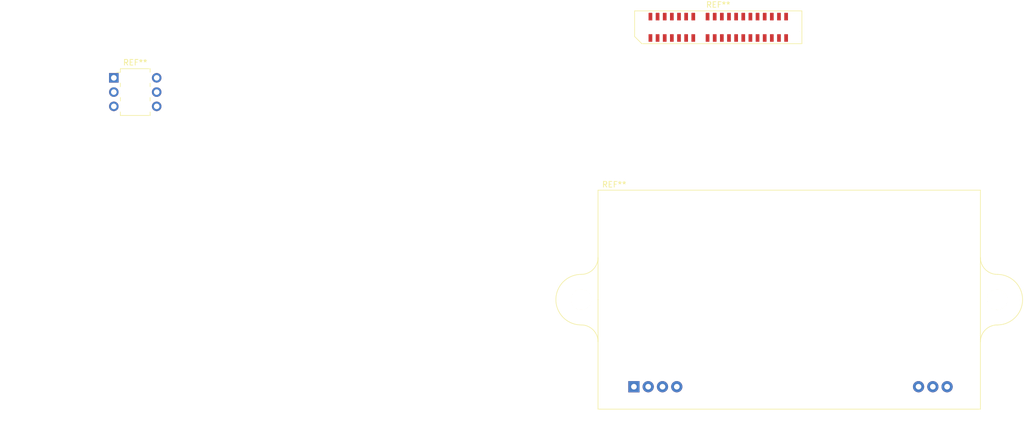
<source format=kicad_pcb>
(kicad_pcb (version 20241229) (generator "pcbnew") (generator_version "9.0")
  (layers (0 "F.Cu" signal) (2 "B.Cu" signal) (13 "F.Paste" user) (15 "B.Paste" user) (5 "F.SilkS" user "F.Silkscreen") (7 "B.SilkS" user "B.Silkscreen") (1 "F.Mask" user) (3 "B.Mask" user) (25 "Edge.Cuts" user))
  (net 0 "")
  (footprint "Connector_Wuerth:Wuerth_WR-PHD_613006216921_Large_2x03_P2.54mm_Vertical" (layer "F.Cu") (at 68.5 70.5)
    (property "Reference" "REF**" (at 3.81 -2.72 0) (layer "F.SilkS"))
    (property "Value" "Wuerth_WR-PHD_613006216921_Large_2x03_P2.54mm_Vertical")
    (fp_line (start 1.16 -1.63) (end 1.16 -0.995) (stroke (width 0.12)) (layer "F.SilkS"))
    (fp_line (start 1.16 -1.63) (end 6.46 -1.63) (stroke (width 0.12)) (layer "F.SilkS"))
    (fp_line (start 1.16 -0.995) (end 0.525 -0.995) (stroke (width 0.12)) (layer "F.SilkS"))
    (fp_line (start 1.16 0.9525) (end 1.16 1.5875) (stroke (width 0.12)) (layer "F.SilkS"))
    (fp_line (start 1.16 3.4925) (end 1.16 4.1275) (stroke (width 0.12)) (layer "F.SilkS"))
    (fp_line (start 1.16 6.71) (end 1.16 6.075) (stroke (width 0.12)) (layer "F.SilkS"))
    (fp_line (start 1.16 6.71) (end 6.46 6.71) (stroke (width 0.12)) (layer "F.SilkS"))
    (fp_line (start 6.46 -1.63) (end 6.46 -0.995) (stroke (width 0.12)) (layer "F.SilkS"))
    (fp_line (start 6.46 0.9525) (end 6.46 1.5875) (stroke (width 0.12)) (layer "F.SilkS"))
    (fp_line (start 6.46 3.4925) (end 6.46 4.1275) (stroke (width 0.12)) (layer "F.SilkS"))
    (fp_line (start 6.46 6.71) (end 6.46 6.075) (stroke (width 0.12)) (layer "F.SilkS"))
    (pad "" np_thru_hole circle (at 2.54 0) (size 1.2 1.2) (drill 1.2) (layers "*.Cu" "*.Mask"))
    (pad "" np_thru_hole circle (at 2.54 2.54) (size 1.2 1.2) (drill 1.2) (layers "*.Cu" "*.Mask"))
    (pad "" np_thru_hole circle (at 2.54 5.08) (size 1.2 1.2) (drill 1.2) (layers "*.Cu" "*.Mask"))
    (pad "" np_thru_hole circle (at 5.08 0) (size 1.2 1.2) (drill 1.2) (layers "*.Cu" "*.Mask"))
    (pad "" np_thru_hole circle (at 5.08 2.54) (size 1.2 1.2) (drill 1.2) (layers "*.Cu" "*.Mask"))
    (pad "" np_thru_hole circle (at 5.08 5.08) (size 1.2 1.2) (drill 1.2) (layers "*.Cu" "*.Mask"))
    (pad "1" thru_hole rect (at 0 0) (size 1.7 1.7) (drill 1) (layers "*.Cu" "*.Mask"))
    (pad "2" thru_hole circle (at 7.62 0) (size 1.7 1.7) (drill 1) (layers "*.Cu" "*.Mask"))
    (pad "3" thru_hole circle (at 0 2.54) (size 1.7 1.7) (drill 1) (layers "*.Cu" "*.Mask"))
    (pad "4" thru_hole circle (at 7.62 2.54) (size 1.7 1.7) (drill 1) (layers "*.Cu" "*.Mask"))
    (pad "5" thru_hole circle (at 0 5.08) (size 1.7 1.7) (drill 1) (layers "*.Cu" "*.Mask"))
    (pad "6" thru_hole circle (at 7.62 5.08) (size 1.7 1.7) (drill 1) (layers "*.Cu" "*.Mask"))
  )
  (footprint "Connector_PCBEdge:Samtec_MECF-20-01-L-DV_2x20_P1.27mm_Polarized_Socket_Horizontal" (layer "F.Cu") (at 176 61.5)
    (property "Reference" "REF**" (at 0 -4.01 0) (layer "F.SilkS"))
    (property "Value" "Samtec_MECF-20-01-L-DV_2x20_P1.27mm_Polarized_Socket_Horizontal")
    (fp_line (start -14.87 -2.92) (end 14.87 -2.92) (stroke (width 0.12)) (layer "F.SilkS"))
    (fp_line (start -14.87 1.65) (end -14.87 -2.92) (stroke (width 0.12)) (layer "F.SilkS"))
    (fp_line (start -13.6 2.92) (end -14.87 1.65) (stroke (width 0.12)) (layer "F.SilkS"))
    (fp_line (start -13.6 2.92) (end 14.87 2.92) (stroke (width 0.12)) (layer "F.SilkS"))
    (fp_line (start 14.87 2.92) (end 14.87 -2.92) (stroke (width 0.12)) (layer "F.SilkS"))
    (pad "" np_thru_hole circle (at -13.845 0) (size 1.45 1.45) (drill 1.45) (layers "*.Cu" "*.Mask"))
    (pad "" np_thru_hole circle (at 13.845 1) (size 1.45 1.45) (drill 1.45) (layers "*.Cu" "*.Mask"))
    (pad "1" smd rect (at -12.065 1.905) (size 0.66 1.35) (layers "F.Cu" "F.Mask" "F.Paste"))
    (pad "2" smd rect (at -12.065 -1.905) (size 0.66 1.35) (layers "F.Cu" "F.Mask" "F.Paste"))
    (pad "3" smd rect (at -10.795 1.905) (size 0.66 1.35) (layers "F.Cu" "F.Mask" "F.Paste"))
    (pad "4" smd rect (at -10.795 -1.905) (size 0.66 1.35) (layers "F.Cu" "F.Mask" "F.Paste"))
    (pad "5" smd rect (at -9.525 1.905) (size 0.66 1.35) (layers "F.Cu" "F.Mask" "F.Paste"))
    (pad "6" smd rect (at -9.525 -1.905) (size 0.66 1.35) (layers "F.Cu" "F.Mask" "F.Paste"))
    (pad "7" smd rect (at -8.255 1.905) (size 0.66 1.35) (layers "F.Cu" "F.Mask" "F.Paste"))
    (pad "8" smd rect (at -8.255 -1.905) (size 0.66 1.35) (layers "F.Cu" "F.Mask" "F.Paste"))
    (pad "9" smd rect (at -6.985 1.905) (size 0.66 1.35) (layers "F.Cu" "F.Mask" "F.Paste"))
    (pad "10" smd rect (at -6.985 -1.905) (size 0.66 1.35) (layers "F.Cu" "F.Mask" "F.Paste"))
    (pad "11" smd rect (at -5.715 1.905) (size 0.66 1.35) (layers "F.Cu" "F.Mask" "F.Paste"))
    (pad "12" smd rect (at -5.715 -1.905) (size 0.66 1.35) (layers "F.Cu" "F.Mask" "F.Paste"))
    (pad "13" smd rect (at -4.445 1.905) (size 0.66 1.35) (layers "F.Cu" "F.Mask" "F.Paste"))
    (pad "14" smd rect (at -4.445 -1.905) (size 0.66 1.35) (layers "F.Cu" "F.Mask" "F.Paste"))
    (pad "17" smd rect (at -1.905 1.905) (size 0.66 1.35) (layers "F.Cu" "F.Mask" "F.Paste"))
    (pad "18" smd rect (at -1.905 -1.905) (size 0.66 1.35) (layers "F.Cu" "F.Mask" "F.Paste"))
    (pad "19" smd rect (at -0.635 1.905) (size 0.66 1.35) (layers "F.Cu" "F.Mask" "F.Paste"))
    (pad "20" smd rect (at -0.635 -1.905) (size 0.66 1.35) (layers "F.Cu" "F.Mask" "F.Paste"))
    (pad "21" smd rect (at 0.635 1.905) (size 0.66 1.35) (layers "F.Cu" "F.Mask" "F.Paste"))
    (pad "22" smd rect (at 0.635 -1.905) (size 0.66 1.35) (layers "F.Cu" "F.Mask" "F.Paste"))
    (pad "23" smd rect (at 1.905 1.905) (size 0.66 1.35) (layers "F.Cu" "F.Mask" "F.Paste"))
    (pad "24" smd rect (at 1.905 -1.905) (size 0.66 1.35) (layers "F.Cu" "F.Mask" "F.Paste"))
    (pad "25" smd rect (at 3.175 1.905) (size 0.66 1.35) (layers "F.Cu" "F.Mask" "F.Paste"))
    (pad "26" smd rect (at 3.175 -1.905) (size 0.66 1.35) (layers "F.Cu" "F.Mask" "F.Paste"))
    (pad "27" smd rect (at 4.445 1.905) (size 0.66 1.35) (layers "F.Cu" "F.Mask" "F.Paste"))
    (pad "28" smd rect (at 4.445 -1.905) (size 0.66 1.35) (layers "F.Cu" "F.Mask" "F.Paste"))
    (pad "29" smd rect (at 5.715 1.905) (size 0.66 1.35) (layers "F.Cu" "F.Mask" "F.Paste"))
    (pad "30" smd rect (at 5.715 -1.905) (size 0.66 1.35) (layers "F.Cu" "F.Mask" "F.Paste"))
    (pad "31" smd rect (at 6.985 1.905) (size 0.66 1.35) (layers "F.Cu" "F.Mask" "F.Paste"))
    (pad "32" smd rect (at 6.985 -1.905) (size 0.66 1.35) (layers "F.Cu" "F.Mask" "F.Paste"))
    (pad "33" smd rect (at 8.255 1.905) (size 0.66 1.35) (layers "F.Cu" "F.Mask" "F.Paste"))
    (pad "34" smd rect (at 8.255 -1.905) (size 0.66 1.35) (layers "F.Cu" "F.Mask" "F.Paste"))
    (pad "35" smd rect (at 9.525 1.905) (size 0.66 1.35) (layers "F.Cu" "F.Mask" "F.Paste"))
    (pad "36" smd rect (at 9.525 -1.905) (size 0.66 1.35) (layers "F.Cu" "F.Mask" "F.Paste"))
    (pad "37" smd rect (at 10.795 1.905) (size 0.66 1.35) (layers "F.Cu" "F.Mask" "F.Paste"))
    (pad "38" smd rect (at 10.795 -1.905) (size 0.66 1.35) (layers "F.Cu" "F.Mask" "F.Paste"))
    (pad "39" smd rect (at 12.065 1.905) (size 0.66 1.35) (layers "F.Cu" "F.Mask" "F.Paste"))
    (pad "40" smd rect (at 12.065 -1.905) (size 0.66 1.35) (layers "F.Cu" "F.Mask" "F.Paste"))
  )
  (footprint "Audio_Module:Reverb_BTDR-1H" (layer "F.Cu") (at 161 125.5)
    (property "Reference" "REF**" (at -3.5 -36 0) (layer "F.SilkS"))
    (property "Value" "Reverb_BTDR-1H")
    (fp_line (start -6.38 -35) (end 61.62 -35) (stroke (width 0.12)) (layer "F.SilkS"))
    (fp_line (start -6.38 -15.5) (end -6.38 -35) (stroke (width 0.12)) (layer "F.SilkS"))
    (fp_line (start -6.38 -15.5) (end -6.38 4) (stroke (width 0.12)) (layer "F.SilkS"))
    (fp_line (start -6.38 4) (end 61.62 4) (stroke (width 0.12)) (layer "F.SilkS"))
    (fp_line (start 61.62 -35) (end 61.62 4) (stroke (width 0.12)) (layer "F.SilkS"))
    (fp_arc (start -9.38 -11) (mid -13.88 -15.5) (end -9.38 -20) (stroke (width 0.12)) (layer "F.SilkS"))
    (fp_arc (start -9.38 -11) (mid -7.25868 -10.12132) (end -6.38 -8) (stroke (width 0.12)) (layer "F.SilkS"))
    (fp_arc (start -6.38 -23) (mid -7.25868 -20.87868) (end -9.38 -20) (stroke (width 0.12)) (layer "F.SilkS"))
    (fp_arc (start 61.62 -8) (mid 62.49868 -10.12132) (end 64.62 -11) (stroke (width 0.12)) (layer "F.SilkS"))
    (fp_arc (start 64.62 -20) (mid 62.49868 -20.87868) (end 61.62 -23) (stroke (width 0.12)) (layer "F.SilkS"))
    (fp_arc (start 64.62 -20) (mid 69.12 -15.5) (end 64.62 -11) (stroke (width 0.12)) (layer "F.SilkS"))
    (fp_circle (center -9.38 -15.5) (end -7.63 -15.5) (stroke (width 0.12)) (fill no) (layer "F.SilkS"))
    (fp_circle (center 64.62 -15.5) (end 66.37 -15.5) (stroke (width 0.12)) (fill no) (layer "F.SilkS"))
    (pad "" np_thru_hole circle (at -9.38 -15.5) (size 3.7 3.7) (drill 3.7) (layers "*.Cu" "*.Mask"))
    (pad "" np_thru_hole circle (at 64.62 -15.5) (size 3.7 3.7) (drill 3.7) (layers "*.Cu" "*.Mask"))
    (pad "1" thru_hole rect (at 0 0) (size 2 2) (drill 1) (layers "*.Cu" "*.Mask"))
    (pad "2" thru_hole circle (at 2.54 0) (size 2 2) (drill 1) (layers "*.Cu" "*.Mask"))
    (pad "3" thru_hole circle (at 5.08 0) (size 2 2) (drill 1) (layers "*.Cu" "*.Mask"))
    (pad "4" thru_hole circle (at 7.62 0) (size 2 2) (drill 1) (layers "*.Cu" "*.Mask"))
    (pad "5" thru_hole circle (at 50.62 0) (size 2 2) (drill 1) (layers "*.Cu" "*.Mask"))
    (pad "6" thru_hole circle (at 53.16 0) (size 2 2) (drill 1) (layers "*.Cu" "*.Mask"))
    (pad "7" thru_hole circle (at 55.7 0) (size 2 2) (drill 1) (layers "*.Cu" "*.Mask"))
  )
)
</source>
